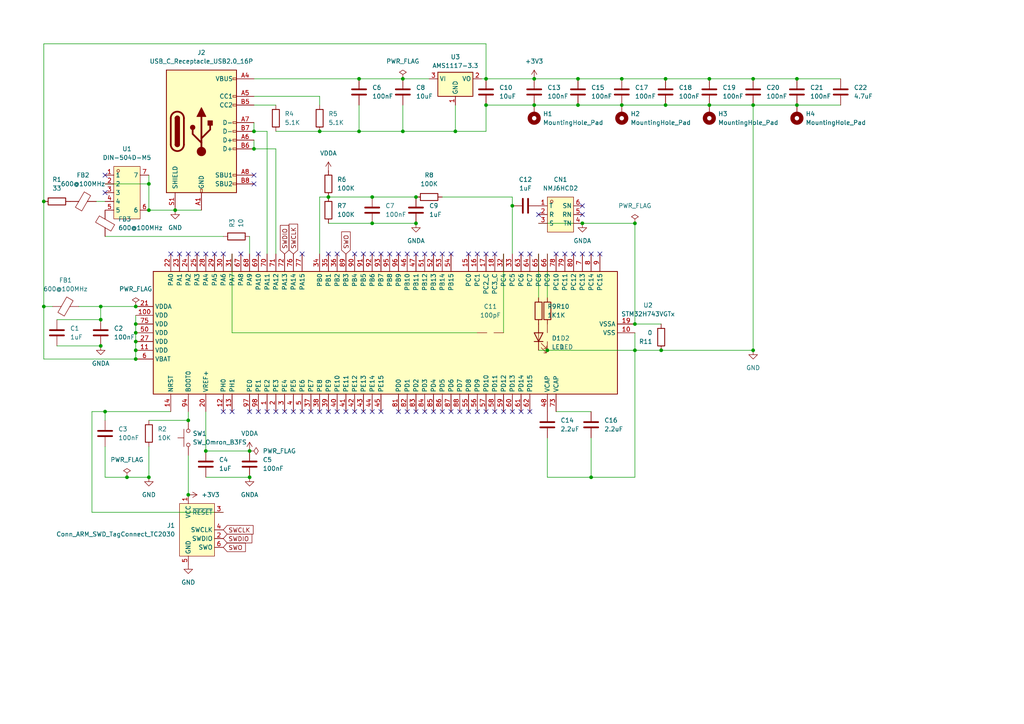
<source format=kicad_sch>
(kicad_sch (version 20250114) (generator "eeschema") (generator_version "9.0")
  (paper "A4")
  (lib_symbols
    (symbol "Connector:Conn_ARM_SWD_TagConnect_TC2030" (in_bom no)
      (property "Reference" "J" (at 2.54 11.43 0))
      (property "Value" "Conn_ARM_SWD_TagConnect_TC2030" (at 5.08 8.89 0))
      (symbol "Conn_ARM_SWD_TagConnect_TC2030_0_0"
        (pin power_in line (at -2.54 10.16 270) (length 2.54) (name "VCC") (number "1"))
        (pin power_in line (at -2.54 -10.16 90) (length 2.54) (name "GND") (number "5"))
        (pin open_collector line (at 7.62 5.08 180) (length 2.54) (name "~{RESET}") (number "3"))
        (pin output line (at 7.62 0 180) (length 2.54) (name "SWCLK") (number "4"))
        (pin bidirectional line (at 7.62 -2.54 180) (length 2.54) (name "SWDIO") (number "2"))
        (pin input line (at 7.62 -5.08 180) (length 2.54) (name "SWO") (number "6"))
      )
      (symbol "Conn_ARM_SWD_TagConnect_TC2030_0_1"
        (rectangle (start -5.08 7.62) (end 5.08 -7.62) (fill (type background)))
      )
    )
    (symbol "Connector:USB_C_Receptacle_USB2.0_16P" (pin_names (offset 1.016))
      (property "Reference" "J" (at 0 22.225 0))
      (property "Value" "USB_C_Receptacle_USB2.0_16P" (at 0 19.685 0))
      (symbol "USB_C_Receptacle_USB2.0_16P_0_0"
        (rectangle (start -0.254 -17.78) (end 0.254 -16.764))
        (rectangle (start 10.16 15.494) (end 9.144 14.986))
        (rectangle (start 10.16 10.414) (end 9.144 9.906))
        (rectangle (start 10.16 7.874) (end 9.144 7.366))
        (rectangle (start 10.16 2.794) (end 9.144 2.286))
        (rectangle (start 10.16 0.254) (end 9.144 -0.254))
        (rectangle (start 10.16 -2.286) (end 9.144 -2.794))
        (rectangle (start 10.16 -4.826) (end 9.144 -5.334))
        (rectangle (start 10.16 -12.446) (end 9.144 -12.954))
        (rectangle (start 10.16 -14.986) (end 9.144 -15.494))
      )
      (symbol "USB_C_Receptacle_USB2.0_16P_0_1"
        (rectangle (start -10.16 17.78) (end 10.16 -17.78) (stroke (width 0.254)) (fill (type background)))
        (polyline (pts (xy -8.89 -3.81) (xy -8.89 3.81)) (stroke (width 0.508)))
        (rectangle (start -7.62 -3.81) (end -6.35 3.81) (stroke (width 0.254)) (fill (type outline)))
        (arc (start -7.62 3.81) (mid -6.985 4.4423) (end -6.35 3.81) (stroke (width 0.254)))
        (arc (start -7.62 3.81) (mid -6.985 4.4423) (end -6.35 3.81) (stroke (width 0.254)) (fill (type outline)))
        (arc (start -8.89 3.81) (mid -6.985 5.7067) (end -5.08 3.81) (stroke (width 0.508)))
        (arc (start -5.08 -3.81) (mid -6.985 -5.7067) (end -8.89 -3.81) (stroke (width 0.508)))
        (arc (start -6.35 -3.81) (mid -6.985 -4.4423) (end -7.62 -3.81) (stroke (width 0.254)))
        (arc (start -6.35 -3.81) (mid -6.985 -4.4423) (end -7.62 -3.81) (stroke (width 0.254)) (fill (type outline)))
        (polyline (pts (xy -5.08 3.81) (xy -5.08 -3.81)) (stroke (width 0.508)))
        (circle (center -2.54 1.143) (radius 0.635) (stroke (width 0.254)) (fill (type outline)))
        (polyline (pts (xy -1.27 4.318) (xy 0 6.858) (xy 1.27 4.318) (xy -1.27 4.318)) (stroke (width 0.254)) (fill (type outline)))
        (polyline (pts (xy 0 -2.032) (xy 2.54 0.508) (xy 2.54 1.778)) (stroke (width 0.508)))
        (polyline (pts (xy 0 -3.302) (xy -2.54 -0.762) (xy -2.54 0.508)) (stroke (width 0.508)))
        (polyline (pts (xy 0 -5.842) (xy 0 4.318)) (stroke (width 0.508)))
        (circle (center 0 -5.842) (radius 1.27) (fill (type outline)))
        (rectangle (start 1.905 1.778) (end 3.175 3.048) (stroke (width 0.254)) (fill (type outline)))
      )
      (symbol "USB_C_Receptacle_USB2.0_16P_1_1"
        (pin passive line (at -7.62 -22.86 90) (length 5.08) (name "SHIELD") (number "S1"))
        (pin passive line (at 0 -22.86 90) (length 5.08) (name "GND") (number "A1"))
        (pin passive line (at 0 -22.86 90) (length 5.08) (hide yes) (name "GND") (number "A12"))
        (pin passive line (at 0 -22.86 90) (length 5.08) (hide yes) (name "GND") (number "B1"))
        (pin passive line (at 0 -22.86 90) (length 5.08) (hide yes) (name "GND") (number "B12"))
        (pin passive line (at 15.24 15.24 180) (length 5.08) (name "VBUS") (number "A4"))
        (pin passive line (at 15.24 15.24 180) (length 5.08) (hide yes) (name "VBUS") (number "A9"))
        (pin passive line (at 15.24 15.24 180) (length 5.08) (hide yes) (name "VBUS") (number "B4"))
        (pin passive line (at 15.24 15.24 180) (length 5.08) (hide yes) (name "VBUS") (number "B9"))
        (pin bidirectional line (at 15.24 10.16 180) (length 5.08) (name "CC1") (number "A5"))
        (pin bidirectional line (at 15.24 7.62 180) (length 5.08) (name "CC2") (number "B5"))
        (pin bidirectional line (at 15.24 2.54 180) (length 5.08) (name "D-") (number "A7"))
        (pin bidirectional line (at 15.24 0 180) (length 5.08) (name "D-") (number "B7"))
        (pin bidirectional line (at 15.24 -2.54 180) (length 5.08) (name "D+") (number "A6"))
        (pin bidirectional line (at 15.24 -5.08 180) (length 5.08) (name "D+") (number "B6"))
        (pin bidirectional line (at 15.24 -12.7 180) (length 5.08) (name "SBU1") (number "A8"))
        (pin bidirectional line (at 15.24 -15.24 180) (length 5.08) (name "SBU2") (number "B8"))
      )
    )
    (symbol "Device:C" (pin_numbers (hide yes)) (pin_names (offset 0.254))
      (property "Reference" "C" (at 0.635 2.54 0))
      (property "Value" "C" (at 0.635 -2.54 0))
      (symbol "C_0_1"
        (polyline (pts (xy -2.032 0.762) (xy 2.032 0.762)) (stroke (width 0.508)))
        (polyline (pts (xy -2.032 -0.762) (xy 2.032 -0.762)) (stroke (width 0.508)))
      )
      (symbol "C_1_1"
        (pin passive line (at 0 3.81 270) (length 2.794) (name "~") (number "1"))
        (pin passive line (at 0 -3.81 90) (length 2.794) (name "~") (number "2"))
      )
    )
    (symbol "Device:FerriteBead" (pin_numbers (hide yes)) (pin_names (offset 0))
      (property "Reference" "FB" (at -3.81 0.635 90))
      (property "Value" "FerriteBead" (at 3.81 0 90))
      (symbol "FerriteBead_0_1"
        (polyline (pts (xy -2.7686 0.4064) (xy -1.7018 2.2606) (xy 2.7686 -0.3048) (xy 1.6764 -2.159) (xy -2.7686 0.4064)))
        (polyline (pts (xy 0 1.27) (xy 0 1.2954)))
        (polyline (pts (xy 0 -1.27) (xy 0 -1.2192)))
      )
      (symbol "FerriteBead_1_1"
        (pin passive line (at 0 3.81 270) (length 2.54) (name "~") (number "1"))
        (pin passive line (at 0 -3.81 90) (length 2.54) (name "~") (number "2"))
      )
    )
    (symbol "Device:LED" (pin_numbers (hide yes)) (pin_names (offset 1.016) (hide yes))
      (property "Reference" "D" (at 0 2.54 0))
      (property "Value" "LED" (at 0 -2.54 0))
      (symbol "LED_0_1"
        (polyline (pts (xy -3.048 -0.762) (xy -4.572 -2.286) (xy -3.81 -2.286) (xy -4.572 -2.286) (xy -4.572 -1.524)))
        (polyline (pts (xy -1.778 -0.762) (xy -3.302 -2.286) (xy -2.54 -2.286) (xy -3.302 -2.286) (xy -3.302 -1.524)))
        (polyline (pts (xy -1.27 0) (xy 1.27 0)))
        (polyline (pts (xy -1.27 -1.27) (xy -1.27 1.27)) (stroke (width 0.254)))
        (polyline (pts (xy 1.27 -1.27) (xy 1.27 1.27) (xy -1.27 0) (xy 1.27 -1.27)) (stroke (width 0.254)))
      )
      (symbol "LED_1_1"
        (pin passive line (at -3.81 0 0) (length 2.54) (name "K") (number "1"))
        (pin passive line (at 3.81 0 180) (length 2.54) (name "A") (number "2"))
      )
    )
    (symbol "Device:R" (pin_numbers (hide yes)) (pin_names (offset 0))
      (property "Reference" "R" (at 2.032 0 90))
      (property "Value" "R" (at 0 0 90))
      (symbol "R_0_1"
        (rectangle (start -1.016 -2.54) (end 1.016 2.54) (stroke (width 0.254)))
      )
      (symbol "R_1_1"
        (pin passive line (at 0 3.81 270) (length 1.27) (name "~") (number "1"))
        (pin passive line (at 0 -3.81 90) (length 1.27) (name "~") (number "2"))
      )
    )
    (symbol "MCU_ST_STM32H7:STM32H743VGTx"
      (property "Reference" "U" (at -17.78 69.85 0))
      (property "Value" "STM32H743VGTx" (at 10.16 69.85 0))
      (symbol "STM32H743VGTx_0_1"
        (rectangle (start -17.78 -66.04) (end 17.78 68.58) (stroke (width 0.254)) (fill (type background)))
      )
      (symbol "STM32H743VGTx_1_1"
        (pin input line (at -22.86 63.5 0) (length 5.08) (name "NRST") (number "14"))
        (pin input line (at -22.86 58.42 0) (length 5.08) (name "BOOT0") (number "94"))
        (pin input line (at -22.86 53.34 0) (length 5.08) (name "VREF+") (number "20"))
        (pin bidirectional line (at -22.86 48.26 0) (length 5.08) (name "PH0") (number "12"))
        (pin bidirectional line (at -22.86 45.72 0) (length 5.08) (name "PH1") (number "13"))
        (pin bidirectional line (at -22.86 40.64 0) (length 5.08) (name "PE0") (number "97"))
        (pin bidirectional line (at -22.86 38.1 0) (length 5.08) (name "PE1") (number "98"))
        (pin bidirectional line (at -22.86 35.56 0) (length 5.08) (name "PE2") (number "1"))
        (pin bidirectional line (at -22.86 33.02 0) (length 5.08) (name "PE3") (number "2"))
        (pin bidirectional line (at -22.86 30.48 0) (length 5.08) (name "PE4") (number "3"))
        (pin bidirectional line (at -22.86 27.94 0) (length 5.08) (name "PE5") (number "4"))
        (pin bidirectional line (at -22.86 25.4 0) (length 5.08) (name "PE6") (number "5"))
        (pin bidirectional line (at -22.86 22.86 0) (length 5.08) (name "PE7") (number "37"))
        (pin bidirectional line (at -22.86 20.32 0) (length 5.08) (name "PE8") (number "38"))
        (pin bidirectional line (at -22.86 17.78 0) (length 5.08) (name "PE9") (number "39"))
        (pin bidirectional line (at -22.86 15.24 0) (length 5.08) (name "PE10") (number "40"))
        (pin bidirectional line (at -22.86 12.7 0) (length 5.08) (name "PE11") (number "41"))
        (pin bidirectional line (at -22.86 10.16 0) (length 5.08) (name "PE12") (number "42"))
        (pin bidirectional line (at -22.86 7.62 0) (length 5.08) (name "PE13") (number "43"))
        (pin bidirectional line (at -22.86 5.08 0) (length 5.08) (name "PE14") (number "44"))
        (pin bidirectional line (at -22.86 2.54 0) (length 5.08) (name "PE15") (number "45"))
        (pin bidirectional line (at -22.86 -2.54 0) (length 5.08) (name "PD0") (number "81"))
        (pin bidirectional line (at -22.86 -5.08 0) (length 5.08) (name "PD1") (number "82"))
        (pin bidirectional line (at -22.86 -7.62 0) (length 5.08) (name "PD2") (number "83"))
        (pin bidirectional line (at -22.86 -10.16 0) (length 5.08) (name "PD3") (number "84"))
        (pin bidirectional line (at -22.86 -12.7 0) (length 5.08) (name "PD4") (number "85"))
        (pin bidirectional line (at -22.86 -15.24 0) (length 5.08) (name "PD5") (number "86"))
        (pin bidirectional line (at -22.86 -17.78 0) (length 5.08) (name "PD6") (number "87"))
        (pin bidirectional line (at -22.86 -20.32 0) (length 5.08) (name "PD7") (number "88"))
        (pin bidirectional line (at -22.86 -22.86 0) (length 5.08) (name "PD8") (number "55"))
        (pin bidirectional line (at -22.86 -25.4 0) (length 5.08) (name "PD9") (number "56"))
        (pin bidirectional line (at -22.86 -27.94 0) (length 5.08) (name "PD10") (number "57"))
        (pin bidirectional line (at -22.86 -30.48 0) (length 5.08) (name "PD11") (number "58"))
        (pin bidirectional line (at -22.86 -33.02 0) (length 5.08) (name "PD12") (number "59"))
        (pin bidirectional line (at -22.86 -35.56 0) (length 5.08) (name "PD13") (number "60"))
        (pin bidirectional line (at -22.86 -38.1 0) (length 5.08) (name "PD14") (number "61"))
        (pin bidirectional line (at -22.86 -40.64 0) (length 5.08) (name "PD15") (number "62"))
        (pin power_out line (at -22.86 -45.72 0) (length 5.08) (name "VCAP") (number "48"))
        (pin power_out line (at -22.86 -48.26 0) (length 5.08) (name "VCAP") (number "73"))
        (pin power_in line (at -7.62 73.66 270) (length 5.08) (name "VBAT") (number "6"))
        (pin power_in line (at -5.08 73.66 270) (length 5.08) (name "VDD") (number "11"))
        (pin power_in line (at -2.54 73.66 270) (length 5.08) (name "VDD") (number "27"))
        (pin power_in line (at 0 73.66 270) (length 5.08) (name "VDD") (number "50"))
        (pin power_in line (at 0 -71.12 90) (length 5.08) (name "VSS") (number "10"))
        (pin passive line (at 0 -71.12 90) (length 5.08) (hide yes) (name "VSS") (number "26"))
        (pin passive line (at 0 -71.12 90) (length 5.08) (hide yes) (name "VSS") (number "49"))
        (pin passive line (at 0 -71.12 90) (length 5.08) (hide yes) (name "VSS") (number "74"))
        (pin passive line (at 0 -71.12 90) (length 5.08) (hide yes) (name "VSS") (number "99"))
        (pin power_in line (at 2.54 73.66 270) (length 5.08) (name "VDD") (number "75"))
        (pin power_in line (at 2.54 -71.12 90) (length 5.08) (name "VSSA") (number "19"))
        (pin power_in line (at 5.08 73.66 270) (length 5.08) (name "VDD") (number "100"))
        (pin power_in line (at 7.62 73.66 270) (length 5.08) (name "VDDA") (number "21"))
        (pin bidirectional line (at 22.86 63.5 180) (length 5.08) (name "PA0") (number "22"))
        (pin bidirectional line (at 22.86 60.96 180) (length 5.08) (name "PA1") (number "23"))
        (pin bidirectional line (at 22.86 58.42 180) (length 5.08) (name "PA2") (number "24"))
        (pin bidirectional line (at 22.86 55.88 180) (length 5.08) (name "PA3") (number "25"))
        (pin bidirectional line (at 22.86 53.34 180) (length 5.08) (name "PA4") (number "28"))
        (pin bidirectional line (at 22.86 50.8 180) (length 5.08) (name "PA5") (number "29"))
        (pin bidirectional line (at 22.86 48.26 180) (length 5.08) (name "PA6") (number "30"))
        (pin bidirectional line (at 22.86 45.72 180) (length 5.08) (name "PA7") (number "31"))
        (pin bidirectional line (at 22.86 43.18 180) (length 5.08) (name "PA8") (number "67"))
        (pin bidirectional line (at 22.86 40.64 180) (length 5.08) (name "PA9") (number "68"))
        (pin bidirectional line (at 22.86 38.1 180) (length 5.08) (name "PA10") (number "69"))
        (pin bidirectional line (at 22.86 35.56 180) (length 5.08) (name "PA11") (number "70"))
        (pin bidirectional line (at 22.86 33.02 180) (length 5.08) (name "PA12") (number "71"))
        (pin bidirectional line (at 22.86 30.48 180) (length 5.08) (name "PA13") (number "72"))
        (pin bidirectional line (at 22.86 27.94 180) (length 5.08) (name "PA14") (number "76"))
        (pin bidirectional line (at 22.86 25.4 180) (length 5.08) (name "PA15") (number "77"))
        (pin bidirectional line (at 22.86 20.32 180) (length 5.08) (name "PB0") (number "34"))
        (pin bidirectional line (at 22.86 17.78 180) (length 5.08) (name "PB1") (number "35"))
        (pin bidirectional line (at 22.86 15.24 180) (length 5.08) (name "PB2") (number "36"))
        (pin bidirectional line (at 22.86 12.7 180) (length 5.08) (name "PB3") (number "89"))
        (pin bidirectional line (at 22.86 10.16 180) (length 5.08) (name "PB4") (number "90"))
        (pin bidirectional line (at 22.86 7.62 180) (length 5.08) (name "PB5") (number "91"))
        (pin bidirectional line (at 22.86 5.08 180) (length 5.08) (name "PB6") (number "92"))
        (pin bidirectional line (at 22.86 2.54 180) (length 5.08) (name "PB7") (number "93"))
        (pin bidirectional line (at 22.86 0 180) (length 5.08) (name "PB8") (number "95"))
        (pin bidirectional line (at 22.86 -2.54 180) (length 5.08) (name "PB9") (number "96"))
        (pin bidirectional line (at 22.86 -5.08 180) (length 5.08) (name "PB10") (number "46"))
        (pin bidirectional line (at 22.86 -7.62 180) (length 5.08) (name "PB11") (number "47"))
        (pin bidirectional line (at 22.86 -10.16 180) (length 5.08) (name "PB12") (number "51"))
        (pin bidirectional line (at 22.86 -12.7 180) (length 5.08) (name "PB13") (number "52"))
        (pin bidirectional line (at 22.86 -15.24 180) (length 5.08) (name "PB14") (number "53"))
        (pin bidirectional line (at 22.86 -17.78 180) (length 5.08) (name "PB15") (number "54"))
        (pin bidirectional line (at 22.86 -22.86 180) (length 5.08) (name "PC0") (number "15"))
        (pin bidirectional line (at 22.86 -25.4 180) (length 5.08) (name "PC1") (number "16"))
        (pin bidirectional line (at 22.86 -27.94 180) (length 5.08) (name "PC2_C") (number "17"))
        (pin bidirectional line (at 22.86 -30.48 180) (length 5.08) (name "PC3_C") (number "18"))
        (pin bidirectional line (at 22.86 -33.02 180) (length 5.08) (name "PC4") (number "32"))
        (pin bidirectional line (at 22.86 -35.56 180) (length 5.08) (name "PC5") (number "33"))
        (pin bidirectional line (at 22.86 -38.1 180) (length 5.08) (name "PC6") (number "63"))
        (pin bidirectional line (at 22.86 -40.64 180) (length 5.08) (name "PC7") (number "64"))
        (pin bidirectional line (at 22.86 -43.18 180) (length 5.08) (name "PC8") (number "65"))
        (pin bidirectional line (at 22.86 -45.72 180) (length 5.08) (name "PC9") (number "66"))
        (pin bidirectional line (at 22.86 -48.26 180) (length 5.08) (name "PC10") (number "78"))
        (pin bidirectional line (at 22.86 -50.8 180) (length 5.08) (name "PC11") (number "79"))
        (pin bidirectional line (at 22.86 -53.34 180) (length 5.08) (name "PC12") (number "80"))
        (pin bidirectional line (at 22.86 -55.88 180) (length 5.08) (name "PC13") (number "7"))
        (pin bidirectional line (at 22.86 -58.42 180) (length 5.08) (name "PC14") (number "8"))
        (pin bidirectional line (at 22.86 -60.96 180) (length 5.08) (name "PC15") (number "9"))
      )
    )
    (symbol "Mechanical:MountingHole_Pad" (pin_numbers (hide yes)) (pin_names (offset 1.016) (hide yes)) (in_bom no)
      (property "Reference" "H" (at 0 6.35 0))
      (property "Value" "MountingHole_Pad" (at 0 4.445 0))
      (symbol "MountingHole_Pad_0_1"
        (circle (center 0 1.27) (radius 1.27) (stroke (width 1.27)))
      )
      (symbol "MountingHole_Pad_1_1"
        (pin input line (at 0 -2.54 90) (length 2.54) (name "1") (number "1"))
      )
    )
    (symbol "Regulator_Linear:AMS1117-3.3"
      (property "Reference" "U" (at -3.81 3.175 0))
      (property "Value" "AMS1117-3.3" (at 0 3.175 0))
      (symbol "AMS1117-3.3_0_1"
        (rectangle (start -5.08 -5.08) (end 5.08 1.905) (stroke (width 0.254)) (fill (type background)))
      )
      (symbol "AMS1117-3.3_1_1"
        (pin power_in line (at -7.62 0 0) (length 2.54) (name "VI") (number "3"))
        (pin power_in line (at 0 -7.62 90) (length 2.54) (name "GND") (number "1"))
        (pin power_out line (at 7.62 0 180) (length 2.54) (name "VO") (number "2"))
      )
    )
    (symbol "Switch:SW_Omron_B3FS" (pin_numbers (hide yes)) (pin_names (offset 1.016) (hide yes))
      (property "Reference" "SW" (at 1.27 2.54 0))
      (property "Value" "SW_Omron_B3FS" (at 0 -1.524 0))
      (symbol "SW_Omron_B3FS_0_1"
        (circle (center -2.032 0) (radius 0.508))
        (polyline (pts (xy 0 1.27) (xy 0 3.048)))
        (circle (center 2.032 0) (radius 0.508))
        (polyline (pts (xy 2.54 1.27) (xy -2.54 1.27)))
        (pin passive line (at -5.08 0 0) (length 2.54) (name "1") (number "1"))
        (pin passive line (at 5.08 0 180) (length 2.54) (name "2") (number "2"))
      )
    )
    (symbol "audio:NMJ6HCD2"
      (property "Reference" "CN" (at 0 7.62 0))
      (property "Value" "NMJ6HCD2" (at 0 -7.62 0))
      (symbol "NMJ6HCD2_0_1"
        (rectangle (start -3.81 5.08) (end 3.81 -5.08) (fill (type background)))
        (circle (center -2.54 3.81) (radius 0.38))
        (pin unspecified line (at -6.35 2.54 0) (length 2.54) (name "T") (number "1"))
        (pin unspecified line (at -6.35 0 0) (length 2.54) (name "R") (number "2"))
        (pin unspecified line (at -6.35 -2.54 0) (length 2.54) (name "S") (number "3"))
        (pin unspecified line (at 6.35 2.54 180) (length 2.54) (name "SN") (number "6"))
        (pin unspecified line (at 6.35 0 180) (length 2.54) (name "RN") (number "5"))
        (pin unspecified line (at 6.35 -2.54 180) (length 2.54) (name "TN") (number "4"))
      )
    )
    (symbol "din5:DIN-504D-M5"
      (property "Reference" "U" (at 0 10.16 0))
      (property "Value" "DIN-504D-M5" (at 0 -10.16 0))
      (symbol "DIN-504D-M5_0_1"
        (rectangle (start -3.81 7.62) (end 3.81 -7.62) (fill (type background)))
        (circle (center -2.54 6.35) (radius 0.38))
        (pin unspecified line (at -6.35 5.08 0) (length 2.54) (name "1") (number "1"))
        (pin unspecified line (at -6.35 2.54 0) (length 2.54) (name "2") (number "2"))
        (pin unspecified line (at -6.35 0 0) (length 2.54) (name "3") (number "3"))
        (pin unspecified line (at -6.35 -2.54 0) (length 2.54) (name "4") (number "4"))
        (pin unspecified line (at -6.35 -5.08 0) (length 2.54) (name "5") (number "5"))
        (pin unspecified line (at 6.35 5.08 180) (length 2.54) (name "7") (number "7"))
        (pin unspecified line (at 6.35 -5.08 180) (length 2.54) (name "6") (number "6"))
      )
    )
    (symbol "power:+3V3" (power) (pin_numbers (hide yes)) (pin_names (offset 0) (hide yes))
      (property "Value" "+3V3" (at 0 3.556 0))
      (symbol "+3V3_0_1"
        (polyline (pts (xy -0.762 1.27) (xy 0 2.54)))
        (polyline (pts (xy 0 2.54) (xy 0.762 1.27)))
        (polyline (pts (xy 0 0) (xy 0 2.54)))
      )
      (symbol "+3V3_1_1"
        (pin power_in line (at 0 0 90) (length 0) (name "~") (number "1"))
      )
    )
    (symbol "power:GND" (power) (pin_numbers (hide yes)) (pin_names (offset 0) (hide yes))
      (property "Value" "GND" (at 0 -3.81 0))
      (symbol "GND_0_1"
        (polyline (pts (xy 0 0) (xy 0 -1.27) (xy 1.27 -1.27) (xy 0 -2.54) (xy -1.27 -1.27) (xy 0 -1.27)))
      )
      (symbol "GND_1_1"
        (pin power_in line (at 0 0 270) (length 0) (name "~") (number "1"))
      )
    )
    (symbol "power:GNDA" (power) (pin_numbers (hide yes)) (pin_names (offset 0) (hide yes))
      (property "Value" "GNDA" (at 0 -3.81 0))
      (symbol "GNDA_0_1"
        (polyline (pts (xy 0 0) (xy 0 -1.27) (xy 1.27 -1.27) (xy 0 -2.54) (xy -1.27 -1.27) (xy 0 -1.27)))
      )
      (symbol "GNDA_1_1"
        (pin power_in line (at 0 0 270) (length 0) (name "~") (number "1"))
      )
    )
    (symbol "power:PWR_FLAG" (power) (pin_numbers (hide yes)) (pin_names (offset 0) (hide yes))
      (property "Value" "PWR_FLAG" (at 0 3.81 0))
      (symbol "PWR_FLAG_0_0"
        (pin power_out line (at 0 0 90) (length 0) (name "~") (number "1"))
      )
      (symbol "PWR_FLAG_0_1"
        (polyline (pts (xy 0 0) (xy 0 1.27) (xy -1.016 1.905) (xy 0 2.54) (xy 1.016 1.905) (xy 0 1.27)))
      )
    )
    (symbol "power:VDDA" (power) (pin_numbers (hide yes)) (pin_names (offset 0) (hide yes))
      (property "Value" "VDDA" (at 0 3.556 0))
      (symbol "VDDA_0_1"
        (polyline (pts (xy -0.762 1.27) (xy 0 2.54)))
        (polyline (pts (xy 0 2.54) (xy 0.762 1.27)))
        (polyline (pts (xy 0 0) (xy 0 2.54)))
      )
      (symbol "VDDA_1_1"
        (pin power_in line (at 0 0 90) (length 0) (name "~") (number "1"))
      )
    )
  )
  (junction (at 218.44 22.86))
  (junction (at 12.7 88.9))
  (junction (at 39.37 104.14))
  (junction (at 50.8 60.96))
  (junction (at 167.64 22.86))
  (junction (at 193.04 22.86))
  (junction (at 154.94 22.86))
  (junction (at 39.37 96.52))
  (junction (at 39.37 101.6))
  (junction (at 107.95 64.77))
  (junction (at 30.48 119.38))
  (junction (at 39.37 93.98))
  (junction (at 43.18 53.34))
  (junction (at 193.04 30.48))
  (junction (at 184.15 64.77))
  (junction (at 29.21 92.71))
  (junction (at 43.18 60.96))
  (junction (at 184.15 93.98))
  (junction (at 218.44 101.6))
  (junction (at 104.14 38.1))
  (junction (at 184.15 101.6))
  (junction (at 120.65 57.15))
  (junction (at 120.65 64.77))
  (junction (at 29.21 100.33))
  (junction (at 107.95 57.15))
  (junction (at 132.08 38.1))
  (junction (at 116.84 38.1))
  (junction (at 171.45 138.43))
  (junction (at 54.61 121.92))
  (junction (at 12.7 58.42))
  (junction (at 140.97 30.48))
  (junction (at 39.37 88.9))
  (junction (at 180.34 30.48))
  (junction (at 92.71 38.1))
  (junction (at 167.64 30.48))
  (junction (at 59.69 130.81))
  (junction (at 36.83 138.43))
  (junction (at 140.97 22.86))
  (junction (at 72.39 130.81))
  (junction (at 29.21 88.9))
  (junction (at 72.39 138.43))
  (junction (at 154.94 30.48))
  (junction (at 73.66 38.1))
  (junction (at 191.77 101.6))
  (junction (at 104.14 22.86))
  (junction (at 205.74 30.48))
  (junction (at 39.37 99.06))
  (junction (at 218.44 30.48))
  (junction (at 168.91 64.77))
  (junction (at 43.18 138.43))
  (junction (at 205.74 22.86))
  (junction (at 231.14 30.48))
  (junction (at 158.75 101.6))
  (junction (at 231.14 22.86))
  (junction (at 180.34 22.86))
  (junction (at 54.61 143.51))
  (junction (at 95.25 57.15))
  (junction (at 73.66 43.18))
  (junction (at 116.84 22.86))
  (junction (at 148.59 59.69))
  (no_connect (at 30.48 50.8))
  (no_connect (at 118.11 119.38))
  (no_connect (at 54.61 73.66))
  (no_connect (at 74.93 73.66))
  (no_connect (at 133.35 119.38))
  (no_connect (at 168.91 62.23))
  (no_connect (at 64.77 73.66))
  (no_connect (at 168.91 59.69))
  (no_connect (at 49.53 73.66))
  (no_connect (at 80.01 119.38))
  (no_connect (at 73.66 50.8))
  (no_connect (at 153.67 119.38))
  (no_connect (at 97.79 73.66))
  (no_connect (at 72.39 119.38))
  (no_connect (at 105.41 73.66))
  (no_connect (at 97.79 119.38))
  (no_connect (at 125.73 119.38))
  (no_connect (at 123.19 119.38))
  (no_connect (at 90.17 119.38))
  (no_connect (at 148.59 119.38))
  (no_connect (at 113.03 73.66))
  (no_connect (at 128.27 119.38))
  (no_connect (at 64.77 119.38))
  (no_connect (at 95.25 119.38))
  (no_connect (at 140.97 119.38))
  (no_connect (at 140.97 73.66))
  (no_connect (at 30.48 55.88))
  (no_connect (at 120.65 119.38))
  (no_connect (at 77.47 119.38))
  (no_connect (at 143.51 73.66))
  (no_connect (at 130.81 119.38))
  (no_connect (at 67.31 119.38))
  (no_connect (at 146.05 119.38))
  (no_connect (at 92.71 119.38))
  (no_connect (at 135.89 119.38))
  (no_connect (at 120.65 73.66))
  (no_connect (at 102.87 73.66))
  (no_connect (at 156.21 62.23))
  (no_connect (at 85.09 119.38))
  (no_connect (at 125.73 73.66))
  (no_connect (at 143.51 119.38))
  (no_connect (at 74.93 119.38))
  (no_connect (at 52.07 73.66))
  (no_connect (at 168.91 73.66))
  (no_connect (at 163.83 73.66))
  (no_connect (at 151.13 119.38))
  (no_connect (at 82.55 119.38))
  (no_connect (at 62.23 73.66))
  (no_connect (at 100.33 119.38))
  (no_connect (at 130.81 73.66))
  (no_connect (at 166.37 73.66))
  (no_connect (at 69.85 73.66))
  (no_connect (at 153.67 73.66))
  (no_connect (at 107.95 119.38))
  (no_connect (at 102.87 119.38))
  (no_connect (at 115.57 119.38))
  (no_connect (at 110.49 73.66))
  (no_connect (at 135.89 73.66))
  (no_connect (at 173.99 73.66))
  (no_connect (at 151.13 73.66))
  (no_connect (at 107.95 73.66))
  (no_connect (at 138.43 73.66))
  (no_connect (at 73.66 53.34))
  (no_connect (at 138.43 119.38))
  (no_connect (at 115.57 73.66))
  (no_connect (at 95.25 73.66))
  (no_connect (at 59.69 73.66))
  (no_connect (at 118.11 73.66))
  (no_connect (at 161.29 73.66))
  (no_connect (at 57.15 73.66))
  (no_connect (at 105.41 119.38))
  (no_connect (at 110.49 119.38))
  (no_connect (at 171.45 73.66))
  (no_connect (at 123.19 73.66))
  (no_connect (at 128.27 73.66))
  (no_connect (at 87.63 119.38))
  (no_connect (at 87.63 73.66))
  (wire (pts (xy 54.61 121.92) (xy 43.18 121.92)))
  (wire (pts (xy 180.34 22.86) (xy 193.04 22.86)))
  (wire (pts (xy 158.75 73.66) (xy 158.75 86.36)))
  (wire (pts (xy 184.15 64.77) (xy 184.15 93.98)))
  (wire (pts (xy 12.7 58.42) (xy 12.7 88.9)))
  (wire (pts (xy 231.14 30.48) (xy 218.44 30.48)))
  (wire (pts (xy 80.01 73.66) (xy 80.01 43.18)))
  (wire (pts (xy 39.37 91.44) (xy 39.37 93.98)))
  (wire (pts (xy 43.18 60.96) (xy 50.8 60.96)))
  (wire (pts (xy 54.61 119.38) (xy 54.61 121.92)))
  (wire (pts (xy 29.21 88.9) (xy 29.21 92.71)))
  (wire (pts (xy 218.44 101.6) (xy 218.44 30.48)))
  (wire (pts (xy 73.66 38.1) (xy 77.47 38.1)))
  (wire (pts (xy 12.7 104.14) (xy 39.37 104.14)))
  (wire (pts (xy 154.94 22.86) (xy 167.64 22.86)))
  (wire (pts (xy 184.15 96.52) (xy 184.15 101.6)))
  (wire (pts (xy 95.25 64.77) (xy 107.95 64.77)))
  (wire (pts (xy 148.59 57.15) (xy 148.59 59.69)))
  (wire (pts (xy 171.45 138.43) (xy 184.15 138.43)))
  (wire (pts (xy 39.37 101.6) (xy 39.37 104.14)))
  (wire (pts (xy 107.95 64.77) (xy 120.65 64.77)))
  (wire (pts (xy 243.84 22.86) (xy 231.14 22.86)))
  (wire (pts (xy 104.14 38.1) (xy 116.84 38.1)))
  (wire (pts (xy 191.77 101.6) (xy 218.44 101.6)))
  (wire (pts (xy 205.74 30.48) (xy 218.44 30.48)))
  (wire (pts (xy 184.15 101.6) (xy 191.77 101.6)))
  (wire (pts (xy 16.51 92.71) (xy 29.21 92.71)))
  (wire (pts (xy 104.14 30.48) (xy 104.14 38.1)))
  (wire (pts (xy 140.97 30.48) (xy 140.97 38.1)))
  (wire (pts (xy 158.75 138.43) (xy 171.45 138.43)))
  (wire (pts (xy 92.71 38.1) (xy 104.14 38.1)))
  (wire (pts (xy 15.24 88.9) (xy 12.7 88.9)))
  (wire (pts (xy 107.95 57.15) (xy 120.65 57.15)))
  (wire (pts (xy 26.67 148.59) (xy 26.67 119.38)))
  (wire (pts (xy 140.97 22.86) (xy 154.94 22.86)))
  (wire (pts (xy 161.29 119.38) (xy 171.45 119.38)))
  (wire (pts (xy 12.7 12.7) (xy 12.7 58.42)))
  (wire (pts (xy 139.7 22.86) (xy 140.97 22.86)))
  (wire (pts (xy 73.66 22.86) (xy 104.14 22.86)))
  (wire (pts (xy 30.48 119.38) (xy 30.48 121.92)))
  (wire (pts (xy 140.97 12.7) (xy 140.97 22.86)))
  (wire (pts (xy 146.05 73.66) (xy 146.05 96.52)))
  (wire (pts (xy 39.37 93.98) (xy 39.37 96.52)))
  (wire (pts (xy 80.01 38.1) (xy 92.71 38.1)))
  (wire (pts (xy 92.71 57.15) (xy 95.25 57.15)))
  (wire (pts (xy 49.53 119.38) (xy 30.48 119.38)))
  (wire (pts (xy 12.7 12.7) (xy 140.97 12.7)))
  (wire (pts (xy 128.27 57.15) (xy 148.59 57.15)))
  (wire (pts (xy 30.48 129.54) (xy 30.48 138.43)))
  (wire (pts (xy 95.25 57.15) (xy 107.95 57.15)))
  (wire (pts (xy 156.21 73.66) (xy 156.21 86.36)))
  (wire (pts (xy 22.86 88.9) (xy 29.21 88.9)))
  (wire (pts (xy 193.04 22.86) (xy 205.74 22.86)))
  (wire (pts (xy 168.91 64.77) (xy 184.15 64.77)))
  (wire (pts (xy 29.21 88.9) (xy 39.37 88.9)))
  (wire (pts (xy 138.43 96.52) (xy 67.31 96.52)))
  (wire (pts (xy 171.45 127) (xy 171.45 138.43)))
  (wire (pts (xy 27.94 58.42) (xy 30.48 58.42)))
  (wire (pts (xy 50.8 60.96) (xy 58.42 60.96)))
  (wire (pts (xy 205.74 30.48) (xy 193.04 30.48)))
  (wire (pts (xy 77.47 38.1) (xy 77.47 73.66)))
  (wire (pts (xy 39.37 99.06) (xy 39.37 101.6)))
  (wire (pts (xy 26.67 119.38) (xy 30.48 119.38)))
  (wire (pts (xy 92.71 73.66) (xy 92.71 57.15)))
  (wire (pts (xy 43.18 50.8) (xy 43.18 53.34)))
  (wire (pts (xy 30.48 53.34) (xy 43.18 53.34)))
  (wire (pts (xy 30.48 68.58) (xy 64.77 68.58)))
  (wire (pts (xy 180.34 30.48) (xy 167.64 30.48)))
  (wire (pts (xy 64.77 148.59) (xy 26.67 148.59)))
  (wire (pts (xy 231.14 22.86) (xy 218.44 22.86)))
  (wire (pts (xy 39.37 96.52) (xy 39.37 99.06)))
  (wire (pts (xy 73.66 43.18) (xy 80.01 43.18)))
  (wire (pts (xy 140.97 30.48) (xy 154.94 30.48)))
  (wire (pts (xy 156.21 64.77) (xy 168.91 64.77)))
  (wire (pts (xy 243.84 30.48) (xy 231.14 30.48)))
  (wire (pts (xy 67.31 96.52) (xy 67.31 73.66)))
  (wire (pts (xy 132.08 30.48) (xy 132.08 38.1)))
  (wire (pts (xy 12.7 88.9) (xy 12.7 104.14)))
  (wire (pts (xy 156.21 101.6) (xy 158.75 101.6)))
  (wire (pts (xy 36.83 138.43) (xy 43.18 138.43)))
  (wire (pts (xy 59.69 119.38) (xy 59.69 130.81)))
  (wire (pts (xy 54.61 132.08) (xy 54.61 143.51)))
  (wire (pts (xy 184.15 101.6) (xy 184.15 138.43)))
  (wire (pts (xy 59.69 138.43) (xy 72.39 138.43)))
  (wire (pts (xy 73.66 40.64) (xy 73.66 43.18)))
  (wire (pts (xy 116.84 22.86) (xy 124.46 22.86)))
  (wire (pts (xy 205.74 22.86) (xy 218.44 22.86)))
  (wire (pts (xy 184.15 93.98) (xy 191.77 93.98)))
  (wire (pts (xy 43.18 53.34) (xy 43.18 60.96)))
  (wire (pts (xy 72.39 68.58) (xy 72.39 73.66)))
  (wire (pts (xy 180.34 30.48) (xy 193.04 30.48)))
  (wire (pts (xy 59.69 130.81) (xy 72.39 130.81)))
  (wire (pts (xy 92.71 30.48) (xy 92.71 27.94)))
  (wire (pts (xy 148.59 59.69) (xy 148.59 73.66)))
  (wire (pts (xy 154.94 30.48) (xy 167.64 30.48)))
  (wire (pts (xy 132.08 38.1) (xy 116.84 38.1)))
  (wire (pts (xy 158.75 127) (xy 158.75 138.43)))
  (wire (pts (xy 104.14 22.86) (xy 116.84 22.86)))
  (wire (pts (xy 30.48 138.43) (xy 36.83 138.43)))
  (wire (pts (xy 43.18 129.54) (xy 43.18 138.43)))
  (wire (pts (xy 73.66 30.48) (xy 80.01 30.48)))
  (wire (pts (xy 73.66 35.56) (xy 73.66 38.1)))
  (wire (pts (xy 158.75 101.6) (xy 184.15 101.6)))
  (wire (pts (xy 140.97 38.1) (xy 132.08 38.1)))
  (wire (pts (xy 16.51 100.33) (xy 29.21 100.33)))
  (wire (pts (xy 116.84 30.48) (xy 116.84 38.1)))
  (wire (pts (xy 167.64 22.86) (xy 180.34 22.86)))
  (wire (pts (xy 92.71 27.94) (xy 73.66 27.94)))
  (global_label "SWDIO" (shape input) (at 64.77 156.21 0) (property "Intersheetrefs" "${INTERSHEET_REFS}" (effects (hide yes))))
  (global_label "SWDIO" (shape input) (at 82.55 73.66 90) (property "Intersheetrefs" "${INTERSHEET_REFS}" (effects (hide yes))))
  (global_label "SWO" (shape input) (at 100.33 73.66 90) (property "Intersheetrefs" "${INTERSHEET_REFS}" (effects (hide yes))))
  (global_label "SWO" (shape input) (at 64.77 158.75 0) (property "Intersheetrefs" "${INTERSHEET_REFS}" (effects (hide yes))))
  (global_label "SWCLK" (shape input) (at 85.09 73.66 90) (property "Intersheetrefs" "${INTERSHEET_REFS}" (effects (hide yes))))
  (global_label "SWCLK" (shape input) (at 64.77 153.67 0) (property "Intersheetrefs" "${INTERSHEET_REFS}" (effects (hide yes))))
  (symbol (lib_id "Connector:USB_C_Receptacle_USB2.0_16P") (at 58.42 38.1 0) (unit 1)
    (property "Reference" "J2" (at 58.42 15.24 0))
    (property "Value" "USB_C_Receptacle_USB2.0_16P" (at 58.42 17.78 0))
    (property "Footprint" "Connector_USB:USB_C_Receptacle_HRO_TYPE-C-31-M-12" (effects (hide yes)))
    (property "Datasheet" "https://www.usb.org/sites/default/files/documents/usb_type-c.zip" (effects (hide yes)))
    (property "Description" "USB 2.0-only 16P Type-C Receptacle connector" (effects (hide yes)))
  )
  (symbol (lib_id "Device:FerriteBead") (at 19.05 88.9 90) (unit 1)
    (property "Reference" "FB1" (at 18.9992 81.28 90))
    (property "Value" "600@100MHz" (at 18.9992 83.82 90))
    (property "Footprint" "Inductor_SMD:L_0603_1608Metric" (effects (hide yes)))
    (property "Description" "Ferrite bead" (effects (hide yes)))
  )
  (symbol (lib_id "Device:FerriteBead") (at 30.48 64.77 180) (unit 1)
    (property "Reference" "FB3" (at 34.29 63.5507 0) (effects (justify right)))
    (property "Value" "600@100MHz" (at 34.29 66.0907 0) (effects (justify right)))
    (property "Footprint" "Inductor_SMD:L_0603_1608Metric" (effects (hide yes)))
    (property "Description" "Ferrite bead" (effects (hide yes)))
  )
  (symbol (lib_id "power:GNDA") (at 168.91 64.77 0) (unit 1)
    (property "Reference" "#PWR011" (effects (hide yes)))
    (property "Value" "GNDA" (at 168.91 69.85 0))
    (property "Description" "Power symbol creates a global label with name \"GNDA\" , analog ground" (effects (hide yes)))
  )
  (symbol (lib_id "Device:R") (at 158.75 90.17 0) (unit 1)
    (property "Reference" "R10" (at 161.29 88.8999 0) (effects (justify left)))
    (property "Value" "1K" (at 161.29 91.4399 0) (effects (justify left)))
    (property "Footprint" "Resistor_SMD:R_0603_1608Metric" (effects (hide yes)))
    (property "Description" "Resistor" (effects (hide yes)))
  )
  (symbol (lib_id "Regulator_Linear:AMS1117-3.3") (at 132.08 22.86 0) (unit 1)
    (property "Reference" "U3" (at 132.08 16.51 0))
    (property "Value" "AMS1117-3.3" (at 132.08 19.05 0))
    (property "Footprint" "Package_TO_SOT_SMD:SOT-223-3_TabPin2" (effects (hide yes)))
    (property "Datasheet" "http://www.advanced-monolithic.com/pdf/ds1117.pdf" (effects (hide yes)))
    (property "Description" "1A Low Dropout regulator, positive, 3.3V fixed output, SOT-223" (effects (hide yes)))
  )
  (symbol (lib_id "power:+3V3") (at 54.61 143.51 270) (unit 1)
    (property "Reference" "#PWR04" (effects (hide yes)))
    (property "Value" "+3V3" (at 58.42 143.5099 90) (effects (justify left)))
    (property "Description" "Power symbol creates a global label with name \"+3V3\"" (effects (hide yes)))
  )
  (symbol (lib_id "Connector:Conn_ARM_SWD_TagConnect_TC2030") (at 57.15 153.67 0) (unit 1) (in_bom no)
    (property "Reference" "J1" (at 50.8 152.3999 0) (effects (justify right)))
    (property "Value" "Conn_ARM_SWD_TagConnect_TC2030" (at 50.8 154.9399 0) (effects (justify right)))
    (property "Footprint" "Connector:Tag-Connect_TC2030-IDC-FP_2x03_P1.27mm_Vertical" (effects (hide yes)))
    (property "Datasheet" "https://www.tag-connect.com/wp-content/uploads/bsk-pdf-manager/TC2030-CTX_1.pdf" (effects (hide yes)))
    (property "Description" "Tag-Connect ARM Cortex SWD JTAG connector, 6 pin" (effects (hide yes)))
  )
  (symbol (lib_id "Device:R") (at 124.46 57.15 270) (unit 1)
    (property "Reference" "R8" (at 124.46 50.8 90))
    (property "Value" "100K" (at 124.46 53.34 90))
    (property "Footprint" "Resistor_SMD:R_0603_1608Metric" (effects (hide yes)))
    (property "Description" "Resistor" (effects (hide yes)))
  )
  (symbol (lib_id "Device:R") (at 191.77 97.79 180) (unit 1)
    (property "Reference" "R11" (at 189.23 99.0601 0) (effects (justify left)))
    (property "Value" "0" (at 189.23 96.5201 0) (effects (justify left)))
    (property "Footprint" "Resistor_SMD:R_0603_1608Metric" (effects (hide yes)))
    (property "Description" "Resistor" (effects (hide yes)))
  )
  (symbol (lib_id "Mechanical:MountingHole_Pad") (at 180.34 33.02 180) (unit 1) (in_bom no)
    (property "Reference" "H2" (at 182.88 33.0199 0) (effects (justify right)))
    (property "Value" "MountingHole_Pad" (at 182.88 35.5599 0) (effects (justify right)))
    (property "Footprint" "MountingHole:MountingHole_3.2mm_M3_Pad" (effects (hide yes)))
    (property "Description" "Mounting Hole with connection" (effects (hide yes)))
  )
  (symbol (lib_id "power:PWR_FLAG") (at 72.39 130.81 270) (unit 1)
    (property "Reference" "#FLG03" (effects (hide yes)))
    (property "Value" "PWR_FLAG" (at 76.2 130.8099 90) (effects (justify left)))
    (property "Description" "Special symbol for telling ERC where power comes from" (effects (hide yes)))
  )
  (symbol (lib_id "Device:LED") (at 158.75 97.79 90) (unit 1)
    (property "Reference" "D2" (at 162.56 98.1074 90) (effects (justify right)))
    (property "Value" "LED" (at 162.56 100.6474 90) (effects (justify right)))
    (property "Footprint" "LED_SMD:LED_0603_1608Metric" (effects (hide yes)))
    (property "Description" "Light emitting diode" (effects (hide yes)))
    (property "Sim.Pins" "1=K 2=A" (effects (hide yes)))
  )
  (symbol (lib_id "Device:C") (at 29.21 96.52 0) (unit 1)
    (property "Reference" "C2" (at 33.02 95.2499 0) (effects (justify left)))
    (property "Value" "100nF" (at 33.02 97.7899 0) (effects (justify left)))
    (property "Footprint" "Capacitor_SMD:C_0603_1608Metric" (effects (hide yes)))
    (property "Description" "Unpolarized capacitor" (effects (hide yes)))
  )
  (symbol (lib_id "Device:C") (at 120.65 60.96 0) (unit 1)
    (property "Reference" "C9" (at 124.46 59.6899 0) (effects (justify left)))
    (property "Value" "1uF" (at 124.46 62.2299 0) (effects (justify left)))
    (property "Footprint" "Capacitor_SMD:C_0603_1608Metric" (effects (hide yes)))
    (property "Description" "Unpolarized capacitor" (effects (hide yes)))
  )
  (symbol (lib_id "Device:C") (at 193.04 26.67 0) (unit 1)
    (property "Reference" "C18" (at 196.85 25.3999 0) (effects (justify left)))
    (property "Value" "100nF" (at 196.85 27.9399 0) (effects (justify left)))
    (property "Footprint" "Capacitor_SMD:C_0603_1608Metric" (effects (hide yes)))
    (property "Description" "Unpolarized capacitor" (effects (hide yes)))
  )
  (symbol (lib_id "Device:C") (at 243.84 26.67 0) (unit 1)
    (property "Reference" "C22" (at 247.65 25.3999 0) (effects (justify left)))
    (property "Value" "4.7uF" (at 247.65 27.9399 0) (effects (justify left)))
    (property "Footprint" "Capacitor_SMD:C_0603_1608Metric" (effects (hide yes)))
    (property "Description" "Unpolarized capacitor" (effects (hide yes)))
  )
  (symbol (lib_id "Device:R") (at 16.51 58.42 270) (unit 1)
    (property "Reference" "R1" (at 16.51 52.07 90))
    (property "Value" "33" (at 16.51 54.61 90))
    (property "Footprint" "Resistor_SMD:R_0603_1608Metric" (effects (hide yes)))
    (property "Description" "Resistor" (effects (hide yes)))
  )
  (symbol (lib_id "MCU_ST_STM32H7:STM32H743VGTx") (at 113.03 96.52 90) (unit 1)
    (property "Reference" "U2" (at 187.96 88.5346 90))
    (property "Value" "STM32H743VGTx" (at 187.96 91.0746 90))
    (property "Footprint" "Package_QFP:LQFP-100_14x14mm_P0.5mm" (effects (hide yes)))
    (property "Datasheet" "https://www.st.com/resource/en/datasheet/stm32h743vg.pdf" (effects (hide yes)))
    (property "Description" "STMicroelectronics Arm Cortex-M7 MCU, 1024KB flash, 1024KB RAM, 480 MHz, 1.71-3.6V, 82 GPIO, LQFP100" (effects (hide yes)))
  )
  (symbol (lib_id "Device:C") (at 180.34 26.67 0) (unit 1)
    (property "Reference" "C17" (at 184.15 25.3999 0) (effects (justify left)))
    (property "Value" "100nF" (at 184.15 27.9399 0) (effects (justify left)))
    (property "Footprint" "Capacitor_SMD:C_0603_1608Metric" (effects (hide yes)))
    (property "Description" "Unpolarized capacitor" (effects (hide yes)))
  )
  (symbol (lib_id "power:PWR_FLAG") (at 116.84 22.86 0) (unit 1)
    (property "Reference" "#FLG04" (effects (hide yes)))
    (property "Value" "PWR_FLAG" (at 116.84 17.78 0))
    (property "Description" "Special symbol for telling ERC where power comes from" (effects (hide yes)))
  )
  (symbol (lib_id "din5:DIN-504D-M5") (at 36.83 55.88 0) (unit 1)
    (property "Reference" "U1" (at 36.83 43.18 0))
    (property "Value" "DIN-504D-M5" (at 36.83 45.72 0))
    (property "Footprint" "din5:CONN-TH_DIN-504D-M5" (effects (hide yes)))
    (property "LCSC Part" "C2939347" (effects (hide yes)))
  )
  (symbol (lib_id "Device:C") (at 59.69 134.62 0) (unit 1)
    (property "Reference" "C4" (at 63.5 133.3499 0) (effects (justify left)))
    (property "Value" "1uF" (at 63.5 135.8899 0) (effects (justify left)))
    (property "Footprint" "Capacitor_SMD:C_0603_1608Metric" (effects (hide yes)))
    (property "Description" "Unpolarized capacitor" (effects (hide yes)))
  )
  (symbol (lib_id "power:GND") (at 218.44 101.6 0) (unit 1)
    (property "Reference" "#PWR012" (effects (hide yes)))
    (property "Value" "GND" (at 218.44 106.68 0))
    (property "Description" "Power symbol creates a global label with name \"GND\" , ground" (effects (hide yes)))
  )
  (symbol (lib_id "Device:R") (at 95.25 60.96 0) (unit 1)
    (property "Reference" "R7" (at 97.79 59.6899 0) (effects (justify left)))
    (property "Value" "100K" (at 97.79 62.2299 0) (effects (justify left)))
    (property "Footprint" "Resistor_SMD:R_0603_1608Metric" (effects (hide yes)))
    (property "Description" "Resistor" (effects (hide yes)))
  )
  (symbol (lib_id "Device:C") (at 167.64 26.67 0) (unit 1)
    (property "Reference" "C15" (at 171.45 25.3999 0) (effects (justify left)))
    (property "Value" "100nF" (at 171.45 27.9399 0) (effects (justify left)))
    (property "Footprint" "Capacitor_SMD:C_0603_1608Metric" (effects (hide yes)))
    (property "Description" "Unpolarized capacitor" (effects (hide yes)))
  )
  (symbol (lib_id "power:PWR_FLAG") (at 184.15 64.77 0) (unit 1)
    (property "Reference" "#FLG05" (effects (hide yes)))
    (property "Value" "PWR_FLAG" (at 184.15 59.69 0))
    (property "Description" "Special symbol for telling ERC where power comes from" (effects (hide yes)))
  )
  (symbol (lib_id "Device:C") (at 72.39 134.62 0) (unit 1)
    (property "Reference" "C5" (at 76.2 133.3499 0) (effects (justify left)))
    (property "Value" "100nF" (at 76.2 135.8899 0) (effects (justify left)))
    (property "Footprint" "Capacitor_SMD:C_0603_1608Metric" (effects (hide yes)))
    (property "Description" "Unpolarized capacitor" (effects (hide yes)))
  )
  (symbol (lib_id "Mechanical:MountingHole_Pad") (at 154.94 33.02 180) (unit 1) (in_bom no)
    (property "Reference" "H1" (at 157.48 33.0199 0) (effects (justify right)))
    (property "Value" "MountingHole_Pad" (at 157.48 35.5599 0) (effects (justify right)))
    (property "Footprint" "MountingHole:MountingHole_3.2mm_M3_Pad" (effects (hide yes)))
    (property "Description" "Mounting Hole with connection" (effects (hide yes)))
  )
  (symbol (lib_id "Device:C") (at 16.51 96.52 0) (unit 1)
    (property "Reference" "C1" (at 20.32 95.2499 0) (effects (justify left)))
    (property "Value" "1uF" (at 20.32 97.7899 0) (effects (justify left)))
    (property "Footprint" "Capacitor_SMD:C_0603_1608Metric" (effects (hide yes)))
    (property "Description" "Unpolarized capacitor" (effects (hide yes)))
  )
  (symbol (lib_id "power:PWR_FLAG") (at 36.83 138.43 0) (unit 1)
    (property "Reference" "#FLG01" (effects (hide yes)))
    (property "Value" "PWR_FLAG" (at 36.83 133.35 0))
    (property "Description" "Special symbol for telling ERC where power comes from" (effects (hide yes)))
  )
  (symbol (lib_id "Device:C") (at 158.75 123.19 0) (unit 1)
    (property "Reference" "C14" (at 162.56 121.9199 0) (effects (justify left)))
    (property "Value" "2.2uF" (at 162.56 124.4599 0) (effects (justify left)))
    (property "Footprint" "Capacitor_SMD:C_0603_1608Metric" (effects (hide yes)))
    (property "Description" "Unpolarized capacitor" (effects (hide yes)))
  )
  (symbol (lib_id "Device:C") (at 154.94 26.67 0) (unit 1)
    (property "Reference" "C13" (at 158.75 25.3999 0) (effects (justify left)))
    (property "Value" "100nF" (at 158.75 27.9399 0) (effects (justify left)))
    (property "Footprint" "Capacitor_SMD:C_0603_1608Metric" (effects (hide yes)))
    (property "Description" "Unpolarized capacitor" (effects (hide yes)))
  )
  (symbol (lib_id "Mechanical:MountingHole_Pad") (at 205.74 33.02 180) (unit 1) (in_bom no)
    (property "Reference" "H3" (at 208.28 33.0199 0) (effects (justify right)))
    (property "Value" "MountingHole_Pad" (at 208.28 35.5599 0) (effects (justify right)))
    (property "Footprint" "MountingHole:MountingHole_3.2mm_M3_Pad" (effects (hide yes)))
    (property "Description" "Mounting Hole with connection" (effects (hide yes)))
  )
  (symbol (lib_id "Device:C") (at 171.45 123.19 0) (unit 1)
    (property "Reference" "C16" (at 175.26 121.9199 0) (effects (justify left)))
    (property "Value" "2.2uF" (at 175.26 124.4599 0) (effects (justify left)))
    (property "Footprint" "Capacitor_SMD:C_0603_1608Metric" (effects (hide yes)))
    (property "Description" "Unpolarized capacitor" (effects (hide yes)))
  )
  (symbol (lib_id "Switch:SW_Omron_B3FS") (at 54.61 127 90) (unit 1)
    (property "Reference" "SW1" (at 55.88 125.7299 90) (effects (justify right)))
    (property "Value" "SW_Omron_B3FS" (at 55.88 128.2699 90) (effects (justify right)))
    (property "Footprint" "Button_Switch_SMD:SW_SPST_Omron_B3FS-100xP" (effects (hide yes)))
    (property "Datasheet" "https://omronfs.omron.com/en_US/ecb/products/pdf/en-b3fs.pdf" (effects (hide yes)))
    (property "Description" "Omron B3FS 6x6mm single pole normally-open tactile switch" (effects (hide yes)))
  )
  (symbol (lib_id "Device:R") (at 68.58 68.58 90) (unit 1)
    (property "Reference" "R3" (at 67.3099 66.04 0) (effects (justify left)))
    (property "Value" "10" (at 69.8499 66.04 0) (effects (justify left)))
    (property "Footprint" "Resistor_SMD:R_0603_1608Metric" (effects (hide yes)))
    (property "Description" "Resistor" (effects (hide yes)))
  )
  (symbol (lib_id "Device:C") (at 107.95 60.96 0) (unit 1)
    (property "Reference" "C7" (at 111.76 59.6899 0) (effects (justify left)))
    (property "Value" "100nF" (at 111.76 62.2299 0) (effects (justify left)))
    (property "Footprint" "Capacitor_SMD:C_0603_1608Metric" (effects (hide yes)))
    (property "Description" "Unpolarized capacitor" (effects (hide yes)))
  )
  (symbol (lib_id "power:PWR_FLAG") (at 39.37 88.9 0) (unit 1)
    (property "Reference" "#FLG02" (effects (hide yes)))
    (property "Value" "PWR_FLAG" (at 39.37 83.82 0))
    (property "Description" "Special symbol for telling ERC where power comes from" (effects (hide yes)))
  )
  (symbol (lib_id "power:GNDA") (at 29.21 100.33 0) (unit 1)
    (property "Reference" "#PWR01" (effects (hide yes)))
    (property "Value" "GNDA" (at 29.21 105.41 0))
    (property "Description" "Power symbol creates a global label with name \"GNDA\" , analog ground" (effects (hide yes)))
  )
  (symbol (lib_id "power:GNDA") (at 120.65 64.77 0) (unit 1)
    (property "Reference" "#PWR09" (effects (hide yes)))
    (property "Value" "GNDA" (at 120.65 69.85 0))
    (property "Description" "Power symbol creates a global label with name \"GNDA\" , analog ground" (effects (hide yes)))
  )
  (symbol (lib_id "power:GND") (at 50.8 60.96 0) (unit 1)
    (property "Reference" "#PWR03" (effects (hide yes)))
    (property "Value" "GND" (at 50.8 66.04 0))
    (property "Description" "Power symbol creates a global label with name \"GND\" , ground" (effects (hide yes)))
  )
  (symbol (lib_id "Device:R") (at 95.25 53.34 0) (unit 1)
    (property "Reference" "R6" (at 97.79 52.0699 0) (effects (justify left)))
    (property "Value" "100K" (at 97.79 54.6099 0) (effects (justify left)))
    (property "Footprint" "Resistor_SMD:R_0603_1608Metric" (effects (hide yes)))
    (property "Description" "Resistor" (effects (hide yes)))
  )
  (symbol (lib_id "Device:C") (at 116.84 26.67 0) (unit 1)
    (property "Reference" "C8" (at 120.65 25.3999 0) (effects (justify left)))
    (property "Value" "10uF" (at 120.65 27.9399 0) (effects (justify left)))
    (property "Footprint" "Capacitor_SMD:C_0603_1608Metric" (effects (hide yes)))
    (property "Description" "Unpolarized capacitor" (effects (hide yes)))
  )
  (symbol (lib_id "Device:C") (at 218.44 26.67 0) (unit 1)
    (property "Reference" "C20" (at 222.25 25.3999 0) (effects (justify left)))
    (property "Value" "100nF" (at 222.25 27.9399 0) (effects (justify left)))
    (property "Footprint" "Capacitor_SMD:C_0603_1608Metric" (effects (hide yes)))
    (property "Description" "Unpolarized capacitor" (effects (hide yes)))
  )
  (symbol (lib_id "Device:C") (at 142.24 96.52 270) (unit 1)
    (property "Reference" "C11" (at 142.24 88.9 90))
    (property "Value" "100pF" (at 142.24 91.44 90))
    (property "Footprint" "Capacitor_SMD:C_0603_1608Metric" (effects (hide yes)))
    (property "Description" "Unpolarized capacitor" (effects (hide yes)))
  )
  (symbol (lib_id "Device:C") (at 104.14 26.67 0) (unit 1)
    (property "Reference" "C6" (at 107.95 25.3999 0) (effects (justify left)))
    (property "Value" "100nF" (at 107.95 27.9399 0) (effects (justify left)))
    (property "Footprint" "Capacitor_SMD:C_0603_1608Metric" (effects (hide yes)))
    (property "Description" "Unpolarized capacitor" (effects (hide yes)))
  )
  (symbol (lib_id "power:GND") (at 54.61 163.83 0) (unit 1)
    (property "Reference" "#PWR05" (effects (hide yes)))
    (property "Value" "GND" (at 54.61 168.91 0))
    (property "Description" "Power symbol creates a global label with name \"GND\" , ground" (effects (hide yes)))
  )
  (symbol (lib_id "Device:C") (at 205.74 26.67 0) (unit 1)
    (property "Reference" "C19" (at 209.55 25.3999 0) (effects (justify left)))
    (property "Value" "100nF" (at 209.55 27.9399 0) (effects (justify left)))
    (property "Footprint" "Capacitor_SMD:C_0603_1608Metric" (effects (hide yes)))
    (property "Description" "Unpolarized capacitor" (effects (hide yes)))
  )
  (symbol (lib_id "audio:NMJ6HCD2") (at 162.56 62.23 0) (unit 1)
    (property "Reference" "CN1" (at 162.56 52.07 0))
    (property "Value" "NMJ6HCD2" (at 162.56 54.61 0))
    (property "Footprint" "audio:AUDIO-TH_NMJ6HCD2" (effects (hide yes)))
    (property "LCSC Part" "C368502" (effects (hide yes)))
  )
  (symbol (lib_id "Device:R") (at 156.21 90.17 0) (unit 1)
    (property "Reference" "R9" (at 158.75 88.8999 0) (effects (justify left)))
    (property "Value" "1K" (at 158.75 91.4399 0) (effects (justify left)))
    (property "Footprint" "Resistor_SMD:R_0603_1608Metric" (effects (hide yes)))
    (property "Description" "Resistor" (effects (hide yes)))
  )
  (symbol (lib_id "power:VDDA") (at 95.25 49.53 0) (unit 1)
    (property "Reference" "#PWR08" (effects (hide yes)))
    (property "Value" "VDDA" (at 95.25 44.45 0))
    (property "Description" "Power symbol creates a global label with name \"VDDA\"" (effects (hide yes)))
  )
  (symbol (lib_id "Device:LED") (at 156.21 97.79 90) (unit 1)
    (property "Reference" "D1" (at 160.02 98.1074 90) (effects (justify right)))
    (property "Value" "LED" (at 160.02 100.6474 90) (effects (justify right)))
    (property "Footprint" "LED_SMD:LED_0603_1608Metric" (effects (hide yes)))
    (property "Description" "Light emitting diode" (effects (hide yes)))
    (property "Sim.Pins" "1=K 2=A" (effects (hide yes)))
  )
  (symbol (lib_id "Device:R") (at 92.71 34.29 0) (unit 1)
    (property "Reference" "R5" (at 95.25 33.0199 0) (effects (justify left)))
    (property "Value" "5.1K" (at 95.25 35.5599 0) (effects (justify left)))
    (property "Footprint" "Resistor_SMD:R_0603_1608Metric" (effects (hide yes)))
    (property "Description" "Resistor" (effects (hide yes)))
  )
  (symbol (lib_id "Device:C") (at 231.14 26.67 0) (unit 1)
    (property "Reference" "C21" (at 234.95 25.3999 0) (effects (justify left)))
    (property "Value" "100nF" (at 234.95 27.9399 0) (effects (justify left)))
    (property "Footprint" "Capacitor_SMD:C_0603_1608Metric" (effects (hide yes)))
    (property "Description" "Unpolarized capacitor" (effects (hide yes)))
  )
  (symbol (lib_id "Mechanical:MountingHole_Pad") (at 231.14 33.02 180) (unit 1) (in_bom no)
    (property "Reference" "H4" (at 233.68 33.0199 0) (effects (justify right)))
    (property "Value" "MountingHole_Pad" (at 233.68 35.5599 0) (effects (justify right)))
    (property "Footprint" "MountingHole:MountingHole_3.2mm_M3_Pad" (effects (hide yes)))
    (property "Description" "Mounting Hole with connection" (effects (hide yes)))
  )
  (symbol (lib_id "power:GNDA") (at 72.39 138.43 0) (unit 1)
    (property "Reference" "#PWR07" (effects (hide yes)))
    (property "Value" "GNDA" (at 72.39 143.51 0))
    (property "Description" "Power symbol creates a global label with name \"GNDA\" , analog ground" (effects (hide yes)))
  )
  (symbol (lib_id "Device:R") (at 80.01 34.29 0) (unit 1)
    (property "Reference" "R4" (at 82.55 33.0199 0) (effects (justify left)))
    (property "Value" "5.1K" (at 82.55 35.5599 0) (effects (justify left)))
    (property "Footprint" "Resistor_SMD:R_0603_1608Metric" (effects (hide yes)))
    (property "Description" "Resistor" (effects (hide yes)))
  )
  (symbol (lib_id "Device:FerriteBead") (at 24.13 58.42 90) (unit 1)
    (property "Reference" "FB2" (at 24.0792 50.8 90))
    (property "Value" "600@100MHz" (at 24.0792 53.34 90))
    (property "Footprint" "Inductor_SMD:L_0603_1608Metric" (effects (hide yes)))
    (property "Description" "Ferrite bead" (effects (hide yes)))
  )
  (symbol (lib_id "power:VDDA") (at 72.39 130.81 0) (unit 1)
    (property "Reference" "#PWR06" (effects (hide yes)))
    (property "Value" "VDDA" (at 72.39 125.73 0))
    (property "Description" "Power symbol creates a global label with name \"VDDA\"" (effects (hide yes)))
  )
  (symbol (lib_id "Device:C") (at 140.97 26.67 0) (unit 1)
    (property "Reference" "C10" (at 144.78 25.3999 0) (effects (justify left)))
    (property "Value" "10uF" (at 144.78 27.9399 0) (effects (justify left)))
    (property "Footprint" "Capacitor_SMD:C_0603_1608Metric" (effects (hide yes)))
    (property "Description" "Unpolarized capacitor" (effects (hide yes)))
  )
  (symbol (lib_id "Device:C") (at 152.4 59.69 270) (unit 1)
    (property "Reference" "C12" (at 152.4 52.07 90))
    (property "Value" "1uF" (at 152.4 54.61 90))
    (property "Footprint" "Capacitor_SMD:C_0603_1608Metric" (effects (hide yes)))
    (property "Description" "Unpolarized capacitor" (effects (hide yes)))
  )
  (symbol (lib_id "power:GND") (at 43.18 138.43 0) (unit 1)
    (property "Reference" "#PWR02" (effects (hide yes)))
    (property "Value" "GND" (at 43.18 143.51 0))
    (property "Description" "Power symbol creates a global label with name \"GND\" , ground" (effects (hide yes)))
  )
  (symbol (lib_id "Device:R") (at 43.18 125.73 0) (unit 1)
    (property "Reference" "R2" (at 45.72 124.4599 0) (effects (justify left)))
    (property "Value" "10K" (at 45.72 126.9999 0) (effects (justify left)))
    (property "Footprint" "Resistor_SMD:R_0603_1608Metric" (effects (hide yes)))
    (property "Description" "Resistor" (effects (hide yes)))
  )
  (symbol (lib_id "Device:C") (at 30.48 125.73 180) (unit 1)
    (property "Reference" "C3" (at 34.29 124.4599 0) (effects (justify right)))
    (property "Value" "100nF" (at 34.29 126.9999 0) (effects (justify right)))
    (property "Footprint" "Capacitor_SMD:C_0603_1608Metric" (effects (hide yes)))
    (property "Description" "Unpolarized capacitor" (effects (hide yes)))
  )
  (symbol (lib_id "power:+3V3") (at 154.94 22.86 0) (unit 1)
    (property "Reference" "#PWR010" (effects (hide yes)))
    (property "Value" "+3V3" (at 154.94 17.78 0))
    (property "Description" "Power symbol creates a global label with name \"+3V3\"" (effects (hide yes)))
  )
)
</source>
